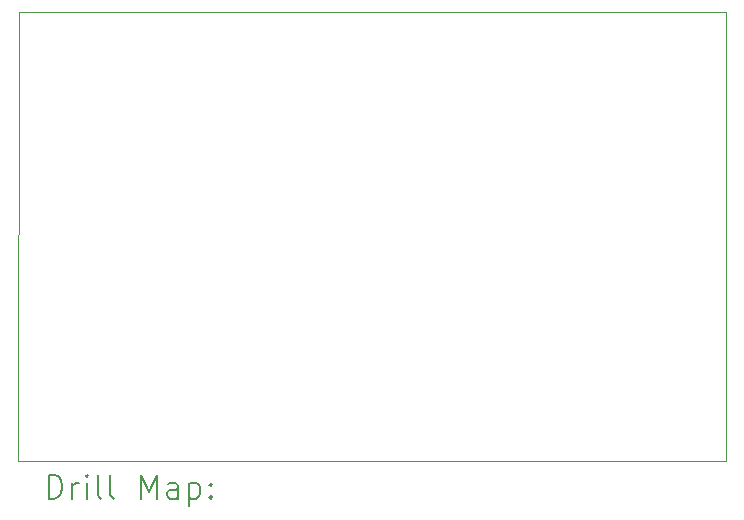
<source format=gbr>
%TF.GenerationSoftware,KiCad,Pcbnew,7.0.6*%
%TF.CreationDate,2024-04-19T14:08:24+03:00*%
%TF.ProjectId,esc,6573632e-6b69-4636-9164-5f7063625858,rev?*%
%TF.SameCoordinates,Original*%
%TF.FileFunction,Drillmap*%
%TF.FilePolarity,Positive*%
%FSLAX45Y45*%
G04 Gerber Fmt 4.5, Leading zero omitted, Abs format (unit mm)*
G04 Created by KiCad (PCBNEW 7.0.6) date 2024-04-19 14:08:24*
%MOMM*%
%LPD*%
G01*
G04 APERTURE LIST*
%ADD10C,0.100000*%
%ADD11C,0.200000*%
G04 APERTURE END LIST*
D10*
X10590000Y-3200000D02*
X4601000Y-3201000D01*
X10590000Y-6999000D02*
X10590000Y-3200000D01*
X10590000Y-6999000D02*
X4598500Y-7000000D01*
X4601000Y-3201000D02*
X4598500Y-7000000D01*
D11*
X4854277Y-7316484D02*
X4854277Y-7116484D01*
X4854277Y-7116484D02*
X4901896Y-7116484D01*
X4901896Y-7116484D02*
X4930467Y-7126008D01*
X4930467Y-7126008D02*
X4949515Y-7145055D01*
X4949515Y-7145055D02*
X4959039Y-7164103D01*
X4959039Y-7164103D02*
X4968563Y-7202198D01*
X4968563Y-7202198D02*
X4968563Y-7230769D01*
X4968563Y-7230769D02*
X4959039Y-7268865D01*
X4959039Y-7268865D02*
X4949515Y-7287912D01*
X4949515Y-7287912D02*
X4930467Y-7306960D01*
X4930467Y-7306960D02*
X4901896Y-7316484D01*
X4901896Y-7316484D02*
X4854277Y-7316484D01*
X5054277Y-7316484D02*
X5054277Y-7183150D01*
X5054277Y-7221246D02*
X5063801Y-7202198D01*
X5063801Y-7202198D02*
X5073324Y-7192674D01*
X5073324Y-7192674D02*
X5092372Y-7183150D01*
X5092372Y-7183150D02*
X5111420Y-7183150D01*
X5178086Y-7316484D02*
X5178086Y-7183150D01*
X5178086Y-7116484D02*
X5168563Y-7126008D01*
X5168563Y-7126008D02*
X5178086Y-7135531D01*
X5178086Y-7135531D02*
X5187610Y-7126008D01*
X5187610Y-7126008D02*
X5178086Y-7116484D01*
X5178086Y-7116484D02*
X5178086Y-7135531D01*
X5301896Y-7316484D02*
X5282848Y-7306960D01*
X5282848Y-7306960D02*
X5273324Y-7287912D01*
X5273324Y-7287912D02*
X5273324Y-7116484D01*
X5406658Y-7316484D02*
X5387610Y-7306960D01*
X5387610Y-7306960D02*
X5378086Y-7287912D01*
X5378086Y-7287912D02*
X5378086Y-7116484D01*
X5635229Y-7316484D02*
X5635229Y-7116484D01*
X5635229Y-7116484D02*
X5701896Y-7259341D01*
X5701896Y-7259341D02*
X5768562Y-7116484D01*
X5768562Y-7116484D02*
X5768562Y-7316484D01*
X5949515Y-7316484D02*
X5949515Y-7211722D01*
X5949515Y-7211722D02*
X5939991Y-7192674D01*
X5939991Y-7192674D02*
X5920943Y-7183150D01*
X5920943Y-7183150D02*
X5882848Y-7183150D01*
X5882848Y-7183150D02*
X5863801Y-7192674D01*
X5949515Y-7306960D02*
X5930467Y-7316484D01*
X5930467Y-7316484D02*
X5882848Y-7316484D01*
X5882848Y-7316484D02*
X5863801Y-7306960D01*
X5863801Y-7306960D02*
X5854277Y-7287912D01*
X5854277Y-7287912D02*
X5854277Y-7268865D01*
X5854277Y-7268865D02*
X5863801Y-7249817D01*
X5863801Y-7249817D02*
X5882848Y-7240293D01*
X5882848Y-7240293D02*
X5930467Y-7240293D01*
X5930467Y-7240293D02*
X5949515Y-7230769D01*
X6044753Y-7183150D02*
X6044753Y-7383150D01*
X6044753Y-7192674D02*
X6063801Y-7183150D01*
X6063801Y-7183150D02*
X6101896Y-7183150D01*
X6101896Y-7183150D02*
X6120943Y-7192674D01*
X6120943Y-7192674D02*
X6130467Y-7202198D01*
X6130467Y-7202198D02*
X6139991Y-7221246D01*
X6139991Y-7221246D02*
X6139991Y-7278388D01*
X6139991Y-7278388D02*
X6130467Y-7297436D01*
X6130467Y-7297436D02*
X6120943Y-7306960D01*
X6120943Y-7306960D02*
X6101896Y-7316484D01*
X6101896Y-7316484D02*
X6063801Y-7316484D01*
X6063801Y-7316484D02*
X6044753Y-7306960D01*
X6225705Y-7297436D02*
X6235229Y-7306960D01*
X6235229Y-7306960D02*
X6225705Y-7316484D01*
X6225705Y-7316484D02*
X6216182Y-7306960D01*
X6216182Y-7306960D02*
X6225705Y-7297436D01*
X6225705Y-7297436D02*
X6225705Y-7316484D01*
X6225705Y-7192674D02*
X6235229Y-7202198D01*
X6235229Y-7202198D02*
X6225705Y-7211722D01*
X6225705Y-7211722D02*
X6216182Y-7202198D01*
X6216182Y-7202198D02*
X6225705Y-7192674D01*
X6225705Y-7192674D02*
X6225705Y-7211722D01*
M02*

</source>
